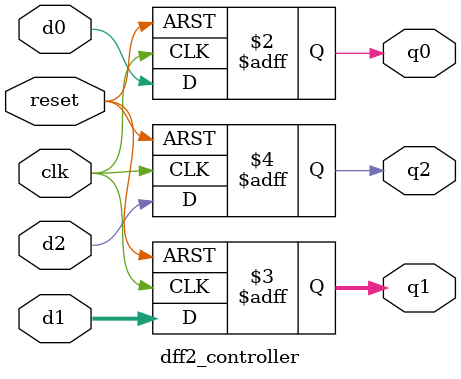
<source format=v>
`timescale 1ns / 1ps


module dff2_controller (
    input clk, reset,
    input [0:0] d0,
    input [1:0] d1,
    input [0:0] d2,
    output reg [0:0] q0,
    output reg [1:0] q1,
    output reg [0:0] q2
);

    always @(posedge clk or posedge reset) begin
        if (reset) begin
            q0 <= 1'b0;
            q1 <= 2'b0;
            q2 <= 1'b0;
        end else begin
            q0 <= d0;
            q1 <= d1;
            q2 <= d2;
        end
    end
endmodule

</source>
